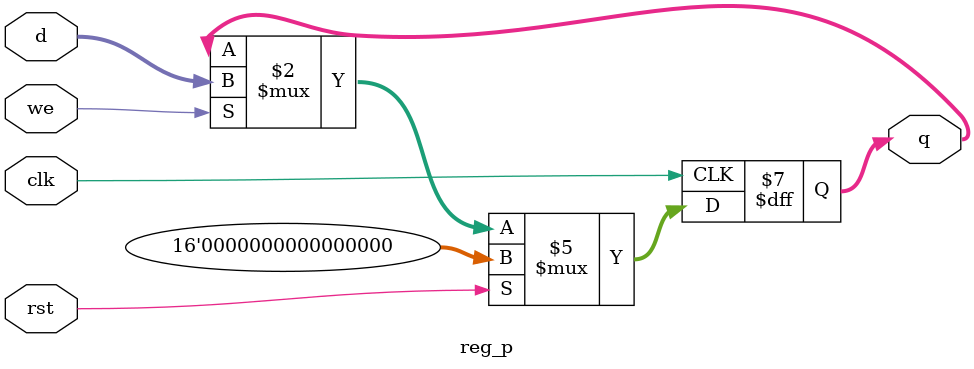
<source format=sv>

module reg_p #(
    parameter int WIDTH = 16 // Ancho del registro (bits)
) (
    input  logic                 clk,  // Reloj
    input  logic                 rst,  // Reset asíncrono
    input  logic                 we,   // Habilitador de escritura
    input  logic [WIDTH-1:0]     d,    // Dato de entrada
    output logic [WIDTH-1:0]     q     // Dato almacenado (salida)
);
    // Proceso secuencial: actualiza el registro en el flanco positivo del reloj
    always_ff @(posedge clk) begin
        if (rst)       q <= '0;   // Si hay reset, el registro se pone en cero
        else if (we)   q <= d;    // Si write enable está activo, almacena el dato de entrada
        // Si we no está activo, mantiene el valor anterior
    end
endmodule
</source>
